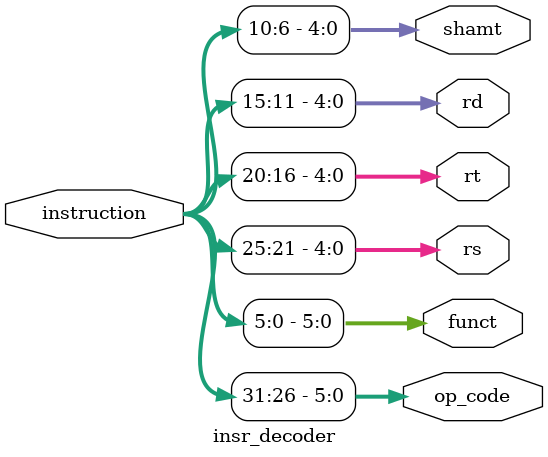
<source format=v>
`timescale 1ns / 1ps
`default_nettype none //helps catch typo-related bugs
module insr_decoder(instruction, op_code, rs, rt, rd, shamt, funct);

	//parameter definitions

	//port definitions - customize for different bit widths
	input wire[31:0] instruction;
	output wire[5:0] op_code, funct;
	output wire[4:0] rs, rt, rd, shamt;
	
	assign op_code = instruction[31:26];
	assign rs = instruction[25:21];
	assign rt = instruction[20:16];
	assign rd = instruction[15:11];
	assign shamt = instruction[10:6];
	assign funct = instruction[5:0];


endmodule
`default_nettype wire //some Xilinx IP requires that the default_nettype be set to wire

</source>
